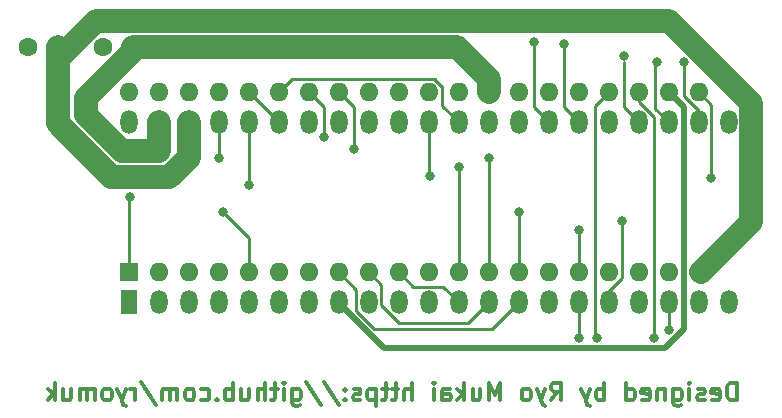
<source format=gbr>
%TF.GenerationSoftware,KiCad,Pcbnew,8.0.4*%
%TF.CreationDate,2024-09-01T17:43:29+09:00*%
%TF.ProjectId,uPD753adapter,75504437-3533-4616-9461-707465722e6b,rev?*%
%TF.SameCoordinates,Original*%
%TF.FileFunction,Copper,L2,Bot*%
%TF.FilePolarity,Positive*%
%FSLAX46Y46*%
G04 Gerber Fmt 4.6, Leading zero omitted, Abs format (unit mm)*
G04 Created by KiCad (PCBNEW 8.0.4) date 2024-09-01 17:43:29*
%MOMM*%
%LPD*%
G01*
G04 APERTURE LIST*
%ADD10C,0.300000*%
%TA.AperFunction,NonConductor*%
%ADD11C,0.300000*%
%TD*%
%TA.AperFunction,ComponentPad*%
%ADD12R,1.440000X2.000000*%
%TD*%
%TA.AperFunction,ComponentPad*%
%ADD13O,1.440000X2.000000*%
%TD*%
%TA.AperFunction,ComponentPad*%
%ADD14C,1.600000*%
%TD*%
%TA.AperFunction,ComponentPad*%
%ADD15R,1.600000X1.600000*%
%TD*%
%TA.AperFunction,ComponentPad*%
%ADD16O,1.600000X1.600000*%
%TD*%
%TA.AperFunction,ViaPad*%
%ADD17C,0.800000*%
%TD*%
%TA.AperFunction,Conductor*%
%ADD18C,0.250000*%
%TD*%
%TA.AperFunction,Conductor*%
%ADD19C,2.000000*%
%TD*%
%TA.AperFunction,Conductor*%
%ADD20C,0.500000*%
%TD*%
G04 APERTURE END LIST*
D10*
D11*
X65118801Y-33698328D02*
X65118801Y-32198328D01*
X65118801Y-32198328D02*
X64761658Y-32198328D01*
X64761658Y-32198328D02*
X64547372Y-32269757D01*
X64547372Y-32269757D02*
X64404515Y-32412614D01*
X64404515Y-32412614D02*
X64333086Y-32555471D01*
X64333086Y-32555471D02*
X64261658Y-32841185D01*
X64261658Y-32841185D02*
X64261658Y-33055471D01*
X64261658Y-33055471D02*
X64333086Y-33341185D01*
X64333086Y-33341185D02*
X64404515Y-33484042D01*
X64404515Y-33484042D02*
X64547372Y-33626900D01*
X64547372Y-33626900D02*
X64761658Y-33698328D01*
X64761658Y-33698328D02*
X65118801Y-33698328D01*
X63047372Y-33626900D02*
X63190229Y-33698328D01*
X63190229Y-33698328D02*
X63475944Y-33698328D01*
X63475944Y-33698328D02*
X63618801Y-33626900D01*
X63618801Y-33626900D02*
X63690229Y-33484042D01*
X63690229Y-33484042D02*
X63690229Y-32912614D01*
X63690229Y-32912614D02*
X63618801Y-32769757D01*
X63618801Y-32769757D02*
X63475944Y-32698328D01*
X63475944Y-32698328D02*
X63190229Y-32698328D01*
X63190229Y-32698328D02*
X63047372Y-32769757D01*
X63047372Y-32769757D02*
X62975944Y-32912614D01*
X62975944Y-32912614D02*
X62975944Y-33055471D01*
X62975944Y-33055471D02*
X63690229Y-33198328D01*
X62404515Y-33626900D02*
X62261658Y-33698328D01*
X62261658Y-33698328D02*
X61975944Y-33698328D01*
X61975944Y-33698328D02*
X61833087Y-33626900D01*
X61833087Y-33626900D02*
X61761658Y-33484042D01*
X61761658Y-33484042D02*
X61761658Y-33412614D01*
X61761658Y-33412614D02*
X61833087Y-33269757D01*
X61833087Y-33269757D02*
X61975944Y-33198328D01*
X61975944Y-33198328D02*
X62190230Y-33198328D01*
X62190230Y-33198328D02*
X62333087Y-33126900D01*
X62333087Y-33126900D02*
X62404515Y-32984042D01*
X62404515Y-32984042D02*
X62404515Y-32912614D01*
X62404515Y-32912614D02*
X62333087Y-32769757D01*
X62333087Y-32769757D02*
X62190230Y-32698328D01*
X62190230Y-32698328D02*
X61975944Y-32698328D01*
X61975944Y-32698328D02*
X61833087Y-32769757D01*
X61118801Y-33698328D02*
X61118801Y-32698328D01*
X61118801Y-32198328D02*
X61190229Y-32269757D01*
X61190229Y-32269757D02*
X61118801Y-32341185D01*
X61118801Y-32341185D02*
X61047372Y-32269757D01*
X61047372Y-32269757D02*
X61118801Y-32198328D01*
X61118801Y-32198328D02*
X61118801Y-32341185D01*
X59761658Y-32698328D02*
X59761658Y-33912614D01*
X59761658Y-33912614D02*
X59833086Y-34055471D01*
X59833086Y-34055471D02*
X59904515Y-34126900D01*
X59904515Y-34126900D02*
X60047372Y-34198328D01*
X60047372Y-34198328D02*
X60261658Y-34198328D01*
X60261658Y-34198328D02*
X60404515Y-34126900D01*
X59761658Y-33626900D02*
X59904515Y-33698328D01*
X59904515Y-33698328D02*
X60190229Y-33698328D01*
X60190229Y-33698328D02*
X60333086Y-33626900D01*
X60333086Y-33626900D02*
X60404515Y-33555471D01*
X60404515Y-33555471D02*
X60475943Y-33412614D01*
X60475943Y-33412614D02*
X60475943Y-32984042D01*
X60475943Y-32984042D02*
X60404515Y-32841185D01*
X60404515Y-32841185D02*
X60333086Y-32769757D01*
X60333086Y-32769757D02*
X60190229Y-32698328D01*
X60190229Y-32698328D02*
X59904515Y-32698328D01*
X59904515Y-32698328D02*
X59761658Y-32769757D01*
X59047372Y-32698328D02*
X59047372Y-33698328D01*
X59047372Y-32841185D02*
X58975943Y-32769757D01*
X58975943Y-32769757D02*
X58833086Y-32698328D01*
X58833086Y-32698328D02*
X58618800Y-32698328D01*
X58618800Y-32698328D02*
X58475943Y-32769757D01*
X58475943Y-32769757D02*
X58404515Y-32912614D01*
X58404515Y-32912614D02*
X58404515Y-33698328D01*
X57118800Y-33626900D02*
X57261657Y-33698328D01*
X57261657Y-33698328D02*
X57547372Y-33698328D01*
X57547372Y-33698328D02*
X57690229Y-33626900D01*
X57690229Y-33626900D02*
X57761657Y-33484042D01*
X57761657Y-33484042D02*
X57761657Y-32912614D01*
X57761657Y-32912614D02*
X57690229Y-32769757D01*
X57690229Y-32769757D02*
X57547372Y-32698328D01*
X57547372Y-32698328D02*
X57261657Y-32698328D01*
X57261657Y-32698328D02*
X57118800Y-32769757D01*
X57118800Y-32769757D02*
X57047372Y-32912614D01*
X57047372Y-32912614D02*
X57047372Y-33055471D01*
X57047372Y-33055471D02*
X57761657Y-33198328D01*
X55761658Y-33698328D02*
X55761658Y-32198328D01*
X55761658Y-33626900D02*
X55904515Y-33698328D01*
X55904515Y-33698328D02*
X56190229Y-33698328D01*
X56190229Y-33698328D02*
X56333086Y-33626900D01*
X56333086Y-33626900D02*
X56404515Y-33555471D01*
X56404515Y-33555471D02*
X56475943Y-33412614D01*
X56475943Y-33412614D02*
X56475943Y-32984042D01*
X56475943Y-32984042D02*
X56404515Y-32841185D01*
X56404515Y-32841185D02*
X56333086Y-32769757D01*
X56333086Y-32769757D02*
X56190229Y-32698328D01*
X56190229Y-32698328D02*
X55904515Y-32698328D01*
X55904515Y-32698328D02*
X55761658Y-32769757D01*
X53904515Y-33698328D02*
X53904515Y-32198328D01*
X53904515Y-32769757D02*
X53761658Y-32698328D01*
X53761658Y-32698328D02*
X53475943Y-32698328D01*
X53475943Y-32698328D02*
X53333086Y-32769757D01*
X53333086Y-32769757D02*
X53261658Y-32841185D01*
X53261658Y-32841185D02*
X53190229Y-32984042D01*
X53190229Y-32984042D02*
X53190229Y-33412614D01*
X53190229Y-33412614D02*
X53261658Y-33555471D01*
X53261658Y-33555471D02*
X53333086Y-33626900D01*
X53333086Y-33626900D02*
X53475943Y-33698328D01*
X53475943Y-33698328D02*
X53761658Y-33698328D01*
X53761658Y-33698328D02*
X53904515Y-33626900D01*
X52690229Y-32698328D02*
X52333086Y-33698328D01*
X51975943Y-32698328D02*
X52333086Y-33698328D01*
X52333086Y-33698328D02*
X52475943Y-34055471D01*
X52475943Y-34055471D02*
X52547372Y-34126900D01*
X52547372Y-34126900D02*
X52690229Y-34198328D01*
X49404515Y-33698328D02*
X49904515Y-32984042D01*
X50261658Y-33698328D02*
X50261658Y-32198328D01*
X50261658Y-32198328D02*
X49690229Y-32198328D01*
X49690229Y-32198328D02*
X49547372Y-32269757D01*
X49547372Y-32269757D02*
X49475943Y-32341185D01*
X49475943Y-32341185D02*
X49404515Y-32484042D01*
X49404515Y-32484042D02*
X49404515Y-32698328D01*
X49404515Y-32698328D02*
X49475943Y-32841185D01*
X49475943Y-32841185D02*
X49547372Y-32912614D01*
X49547372Y-32912614D02*
X49690229Y-32984042D01*
X49690229Y-32984042D02*
X50261658Y-32984042D01*
X48904515Y-32698328D02*
X48547372Y-33698328D01*
X48190229Y-32698328D02*
X48547372Y-33698328D01*
X48547372Y-33698328D02*
X48690229Y-34055471D01*
X48690229Y-34055471D02*
X48761658Y-34126900D01*
X48761658Y-34126900D02*
X48904515Y-34198328D01*
X47404515Y-33698328D02*
X47547372Y-33626900D01*
X47547372Y-33626900D02*
X47618801Y-33555471D01*
X47618801Y-33555471D02*
X47690229Y-33412614D01*
X47690229Y-33412614D02*
X47690229Y-32984042D01*
X47690229Y-32984042D02*
X47618801Y-32841185D01*
X47618801Y-32841185D02*
X47547372Y-32769757D01*
X47547372Y-32769757D02*
X47404515Y-32698328D01*
X47404515Y-32698328D02*
X47190229Y-32698328D01*
X47190229Y-32698328D02*
X47047372Y-32769757D01*
X47047372Y-32769757D02*
X46975944Y-32841185D01*
X46975944Y-32841185D02*
X46904515Y-32984042D01*
X46904515Y-32984042D02*
X46904515Y-33412614D01*
X46904515Y-33412614D02*
X46975944Y-33555471D01*
X46975944Y-33555471D02*
X47047372Y-33626900D01*
X47047372Y-33626900D02*
X47190229Y-33698328D01*
X47190229Y-33698328D02*
X47404515Y-33698328D01*
X45118801Y-33698328D02*
X45118801Y-32198328D01*
X45118801Y-32198328D02*
X44618801Y-33269757D01*
X44618801Y-33269757D02*
X44118801Y-32198328D01*
X44118801Y-32198328D02*
X44118801Y-33698328D01*
X42761658Y-32698328D02*
X42761658Y-33698328D01*
X43404515Y-32698328D02*
X43404515Y-33484042D01*
X43404515Y-33484042D02*
X43333086Y-33626900D01*
X43333086Y-33626900D02*
X43190229Y-33698328D01*
X43190229Y-33698328D02*
X42975943Y-33698328D01*
X42975943Y-33698328D02*
X42833086Y-33626900D01*
X42833086Y-33626900D02*
X42761658Y-33555471D01*
X42047372Y-33698328D02*
X42047372Y-32198328D01*
X41904515Y-33126900D02*
X41475943Y-33698328D01*
X41475943Y-32698328D02*
X42047372Y-33269757D01*
X40190229Y-33698328D02*
X40190229Y-32912614D01*
X40190229Y-32912614D02*
X40261657Y-32769757D01*
X40261657Y-32769757D02*
X40404514Y-32698328D01*
X40404514Y-32698328D02*
X40690229Y-32698328D01*
X40690229Y-32698328D02*
X40833086Y-32769757D01*
X40190229Y-33626900D02*
X40333086Y-33698328D01*
X40333086Y-33698328D02*
X40690229Y-33698328D01*
X40690229Y-33698328D02*
X40833086Y-33626900D01*
X40833086Y-33626900D02*
X40904514Y-33484042D01*
X40904514Y-33484042D02*
X40904514Y-33341185D01*
X40904514Y-33341185D02*
X40833086Y-33198328D01*
X40833086Y-33198328D02*
X40690229Y-33126900D01*
X40690229Y-33126900D02*
X40333086Y-33126900D01*
X40333086Y-33126900D02*
X40190229Y-33055471D01*
X39475943Y-33698328D02*
X39475943Y-32698328D01*
X39475943Y-32198328D02*
X39547371Y-32269757D01*
X39547371Y-32269757D02*
X39475943Y-32341185D01*
X39475943Y-32341185D02*
X39404514Y-32269757D01*
X39404514Y-32269757D02*
X39475943Y-32198328D01*
X39475943Y-32198328D02*
X39475943Y-32341185D01*
X37618800Y-33698328D02*
X37618800Y-32198328D01*
X36975943Y-33698328D02*
X36975943Y-32912614D01*
X36975943Y-32912614D02*
X37047371Y-32769757D01*
X37047371Y-32769757D02*
X37190228Y-32698328D01*
X37190228Y-32698328D02*
X37404514Y-32698328D01*
X37404514Y-32698328D02*
X37547371Y-32769757D01*
X37547371Y-32769757D02*
X37618800Y-32841185D01*
X36475942Y-32698328D02*
X35904514Y-32698328D01*
X36261657Y-32198328D02*
X36261657Y-33484042D01*
X36261657Y-33484042D02*
X36190228Y-33626900D01*
X36190228Y-33626900D02*
X36047371Y-33698328D01*
X36047371Y-33698328D02*
X35904514Y-33698328D01*
X35618799Y-32698328D02*
X35047371Y-32698328D01*
X35404514Y-32198328D02*
X35404514Y-33484042D01*
X35404514Y-33484042D02*
X35333085Y-33626900D01*
X35333085Y-33626900D02*
X35190228Y-33698328D01*
X35190228Y-33698328D02*
X35047371Y-33698328D01*
X34547371Y-32698328D02*
X34547371Y-34198328D01*
X34547371Y-32769757D02*
X34404514Y-32698328D01*
X34404514Y-32698328D02*
X34118799Y-32698328D01*
X34118799Y-32698328D02*
X33975942Y-32769757D01*
X33975942Y-32769757D02*
X33904514Y-32841185D01*
X33904514Y-32841185D02*
X33833085Y-32984042D01*
X33833085Y-32984042D02*
X33833085Y-33412614D01*
X33833085Y-33412614D02*
X33904514Y-33555471D01*
X33904514Y-33555471D02*
X33975942Y-33626900D01*
X33975942Y-33626900D02*
X34118799Y-33698328D01*
X34118799Y-33698328D02*
X34404514Y-33698328D01*
X34404514Y-33698328D02*
X34547371Y-33626900D01*
X33261656Y-33626900D02*
X33118799Y-33698328D01*
X33118799Y-33698328D02*
X32833085Y-33698328D01*
X32833085Y-33698328D02*
X32690228Y-33626900D01*
X32690228Y-33626900D02*
X32618799Y-33484042D01*
X32618799Y-33484042D02*
X32618799Y-33412614D01*
X32618799Y-33412614D02*
X32690228Y-33269757D01*
X32690228Y-33269757D02*
X32833085Y-33198328D01*
X32833085Y-33198328D02*
X33047371Y-33198328D01*
X33047371Y-33198328D02*
X33190228Y-33126900D01*
X33190228Y-33126900D02*
X33261656Y-32984042D01*
X33261656Y-32984042D02*
X33261656Y-32912614D01*
X33261656Y-32912614D02*
X33190228Y-32769757D01*
X33190228Y-32769757D02*
X33047371Y-32698328D01*
X33047371Y-32698328D02*
X32833085Y-32698328D01*
X32833085Y-32698328D02*
X32690228Y-32769757D01*
X31975942Y-33555471D02*
X31904513Y-33626900D01*
X31904513Y-33626900D02*
X31975942Y-33698328D01*
X31975942Y-33698328D02*
X32047370Y-33626900D01*
X32047370Y-33626900D02*
X31975942Y-33555471D01*
X31975942Y-33555471D02*
X31975942Y-33698328D01*
X31975942Y-32769757D02*
X31904513Y-32841185D01*
X31904513Y-32841185D02*
X31975942Y-32912614D01*
X31975942Y-32912614D02*
X32047370Y-32841185D01*
X32047370Y-32841185D02*
X31975942Y-32769757D01*
X31975942Y-32769757D02*
X31975942Y-32912614D01*
X30190227Y-32126900D02*
X31475941Y-34055471D01*
X28618798Y-32126900D02*
X29904512Y-34055471D01*
X27475941Y-32698328D02*
X27475941Y-33912614D01*
X27475941Y-33912614D02*
X27547369Y-34055471D01*
X27547369Y-34055471D02*
X27618798Y-34126900D01*
X27618798Y-34126900D02*
X27761655Y-34198328D01*
X27761655Y-34198328D02*
X27975941Y-34198328D01*
X27975941Y-34198328D02*
X28118798Y-34126900D01*
X27475941Y-33626900D02*
X27618798Y-33698328D01*
X27618798Y-33698328D02*
X27904512Y-33698328D01*
X27904512Y-33698328D02*
X28047369Y-33626900D01*
X28047369Y-33626900D02*
X28118798Y-33555471D01*
X28118798Y-33555471D02*
X28190226Y-33412614D01*
X28190226Y-33412614D02*
X28190226Y-32984042D01*
X28190226Y-32984042D02*
X28118798Y-32841185D01*
X28118798Y-32841185D02*
X28047369Y-32769757D01*
X28047369Y-32769757D02*
X27904512Y-32698328D01*
X27904512Y-32698328D02*
X27618798Y-32698328D01*
X27618798Y-32698328D02*
X27475941Y-32769757D01*
X26761655Y-33698328D02*
X26761655Y-32698328D01*
X26761655Y-32198328D02*
X26833083Y-32269757D01*
X26833083Y-32269757D02*
X26761655Y-32341185D01*
X26761655Y-32341185D02*
X26690226Y-32269757D01*
X26690226Y-32269757D02*
X26761655Y-32198328D01*
X26761655Y-32198328D02*
X26761655Y-32341185D01*
X26261654Y-32698328D02*
X25690226Y-32698328D01*
X26047369Y-32198328D02*
X26047369Y-33484042D01*
X26047369Y-33484042D02*
X25975940Y-33626900D01*
X25975940Y-33626900D02*
X25833083Y-33698328D01*
X25833083Y-33698328D02*
X25690226Y-33698328D01*
X25190226Y-33698328D02*
X25190226Y-32198328D01*
X24547369Y-33698328D02*
X24547369Y-32912614D01*
X24547369Y-32912614D02*
X24618797Y-32769757D01*
X24618797Y-32769757D02*
X24761654Y-32698328D01*
X24761654Y-32698328D02*
X24975940Y-32698328D01*
X24975940Y-32698328D02*
X25118797Y-32769757D01*
X25118797Y-32769757D02*
X25190226Y-32841185D01*
X23190226Y-32698328D02*
X23190226Y-33698328D01*
X23833083Y-32698328D02*
X23833083Y-33484042D01*
X23833083Y-33484042D02*
X23761654Y-33626900D01*
X23761654Y-33626900D02*
X23618797Y-33698328D01*
X23618797Y-33698328D02*
X23404511Y-33698328D01*
X23404511Y-33698328D02*
X23261654Y-33626900D01*
X23261654Y-33626900D02*
X23190226Y-33555471D01*
X22475940Y-33698328D02*
X22475940Y-32198328D01*
X22475940Y-32769757D02*
X22333083Y-32698328D01*
X22333083Y-32698328D02*
X22047368Y-32698328D01*
X22047368Y-32698328D02*
X21904511Y-32769757D01*
X21904511Y-32769757D02*
X21833083Y-32841185D01*
X21833083Y-32841185D02*
X21761654Y-32984042D01*
X21761654Y-32984042D02*
X21761654Y-33412614D01*
X21761654Y-33412614D02*
X21833083Y-33555471D01*
X21833083Y-33555471D02*
X21904511Y-33626900D01*
X21904511Y-33626900D02*
X22047368Y-33698328D01*
X22047368Y-33698328D02*
X22333083Y-33698328D01*
X22333083Y-33698328D02*
X22475940Y-33626900D01*
X21118797Y-33555471D02*
X21047368Y-33626900D01*
X21047368Y-33626900D02*
X21118797Y-33698328D01*
X21118797Y-33698328D02*
X21190225Y-33626900D01*
X21190225Y-33626900D02*
X21118797Y-33555471D01*
X21118797Y-33555471D02*
X21118797Y-33698328D01*
X19761654Y-33626900D02*
X19904511Y-33698328D01*
X19904511Y-33698328D02*
X20190225Y-33698328D01*
X20190225Y-33698328D02*
X20333082Y-33626900D01*
X20333082Y-33626900D02*
X20404511Y-33555471D01*
X20404511Y-33555471D02*
X20475939Y-33412614D01*
X20475939Y-33412614D02*
X20475939Y-32984042D01*
X20475939Y-32984042D02*
X20404511Y-32841185D01*
X20404511Y-32841185D02*
X20333082Y-32769757D01*
X20333082Y-32769757D02*
X20190225Y-32698328D01*
X20190225Y-32698328D02*
X19904511Y-32698328D01*
X19904511Y-32698328D02*
X19761654Y-32769757D01*
X18904511Y-33698328D02*
X19047368Y-33626900D01*
X19047368Y-33626900D02*
X19118797Y-33555471D01*
X19118797Y-33555471D02*
X19190225Y-33412614D01*
X19190225Y-33412614D02*
X19190225Y-32984042D01*
X19190225Y-32984042D02*
X19118797Y-32841185D01*
X19118797Y-32841185D02*
X19047368Y-32769757D01*
X19047368Y-32769757D02*
X18904511Y-32698328D01*
X18904511Y-32698328D02*
X18690225Y-32698328D01*
X18690225Y-32698328D02*
X18547368Y-32769757D01*
X18547368Y-32769757D02*
X18475940Y-32841185D01*
X18475940Y-32841185D02*
X18404511Y-32984042D01*
X18404511Y-32984042D02*
X18404511Y-33412614D01*
X18404511Y-33412614D02*
X18475940Y-33555471D01*
X18475940Y-33555471D02*
X18547368Y-33626900D01*
X18547368Y-33626900D02*
X18690225Y-33698328D01*
X18690225Y-33698328D02*
X18904511Y-33698328D01*
X17761654Y-33698328D02*
X17761654Y-32698328D01*
X17761654Y-32841185D02*
X17690225Y-32769757D01*
X17690225Y-32769757D02*
X17547368Y-32698328D01*
X17547368Y-32698328D02*
X17333082Y-32698328D01*
X17333082Y-32698328D02*
X17190225Y-32769757D01*
X17190225Y-32769757D02*
X17118797Y-32912614D01*
X17118797Y-32912614D02*
X17118797Y-33698328D01*
X17118797Y-32912614D02*
X17047368Y-32769757D01*
X17047368Y-32769757D02*
X16904511Y-32698328D01*
X16904511Y-32698328D02*
X16690225Y-32698328D01*
X16690225Y-32698328D02*
X16547368Y-32769757D01*
X16547368Y-32769757D02*
X16475939Y-32912614D01*
X16475939Y-32912614D02*
X16475939Y-33698328D01*
X14690225Y-32126900D02*
X15975939Y-34055471D01*
X14190225Y-33698328D02*
X14190225Y-32698328D01*
X14190225Y-32984042D02*
X14118796Y-32841185D01*
X14118796Y-32841185D02*
X14047368Y-32769757D01*
X14047368Y-32769757D02*
X13904510Y-32698328D01*
X13904510Y-32698328D02*
X13761653Y-32698328D01*
X13404511Y-32698328D02*
X13047368Y-33698328D01*
X12690225Y-32698328D02*
X13047368Y-33698328D01*
X13047368Y-33698328D02*
X13190225Y-34055471D01*
X13190225Y-34055471D02*
X13261654Y-34126900D01*
X13261654Y-34126900D02*
X13404511Y-34198328D01*
X11904511Y-33698328D02*
X12047368Y-33626900D01*
X12047368Y-33626900D02*
X12118797Y-33555471D01*
X12118797Y-33555471D02*
X12190225Y-33412614D01*
X12190225Y-33412614D02*
X12190225Y-32984042D01*
X12190225Y-32984042D02*
X12118797Y-32841185D01*
X12118797Y-32841185D02*
X12047368Y-32769757D01*
X12047368Y-32769757D02*
X11904511Y-32698328D01*
X11904511Y-32698328D02*
X11690225Y-32698328D01*
X11690225Y-32698328D02*
X11547368Y-32769757D01*
X11547368Y-32769757D02*
X11475940Y-32841185D01*
X11475940Y-32841185D02*
X11404511Y-32984042D01*
X11404511Y-32984042D02*
X11404511Y-33412614D01*
X11404511Y-33412614D02*
X11475940Y-33555471D01*
X11475940Y-33555471D02*
X11547368Y-33626900D01*
X11547368Y-33626900D02*
X11690225Y-33698328D01*
X11690225Y-33698328D02*
X11904511Y-33698328D01*
X10761654Y-33698328D02*
X10761654Y-32698328D01*
X10761654Y-32841185D02*
X10690225Y-32769757D01*
X10690225Y-32769757D02*
X10547368Y-32698328D01*
X10547368Y-32698328D02*
X10333082Y-32698328D01*
X10333082Y-32698328D02*
X10190225Y-32769757D01*
X10190225Y-32769757D02*
X10118797Y-32912614D01*
X10118797Y-32912614D02*
X10118797Y-33698328D01*
X10118797Y-32912614D02*
X10047368Y-32769757D01*
X10047368Y-32769757D02*
X9904511Y-32698328D01*
X9904511Y-32698328D02*
X9690225Y-32698328D01*
X9690225Y-32698328D02*
X9547368Y-32769757D01*
X9547368Y-32769757D02*
X9475939Y-32912614D01*
X9475939Y-32912614D02*
X9475939Y-33698328D01*
X8118797Y-32698328D02*
X8118797Y-33698328D01*
X8761654Y-32698328D02*
X8761654Y-33484042D01*
X8761654Y-33484042D02*
X8690225Y-33626900D01*
X8690225Y-33626900D02*
X8547368Y-33698328D01*
X8547368Y-33698328D02*
X8333082Y-33698328D01*
X8333082Y-33698328D02*
X8190225Y-33626900D01*
X8190225Y-33626900D02*
X8118797Y-33555471D01*
X7404511Y-33698328D02*
X7404511Y-32198328D01*
X7261654Y-33126900D02*
X6833082Y-33698328D01*
X6833082Y-32698328D02*
X7404511Y-33269757D01*
D12*
%TO.P,J1,1,Pin_1*%
%TO.N,READY*%
X13638000Y-25400000D03*
D13*
%TO.P,J1,2,Pin_2*%
%TO.N,WAIT*%
X16178000Y-25400000D03*
%TO.P,J1,3,Pin_3*%
%TO.N,SYNC*%
X18718000Y-25400000D03*
%TO.P,J1,4,Pin_4*%
%TO.N,INT*%
X21258000Y-25400000D03*
%TO.P,J1,5,Pin_5*%
%TO.N,INTE*%
X23798000Y-25400000D03*
%TO.P,J1,6,Pin_6*%
%TO.N,WR_n*%
X26338000Y-25400000D03*
%TO.P,J1,7,Pin_7*%
%TO.N,DBIN*%
X28878000Y-25400000D03*
%TO.P,J1,8,Pin_8*%
%TO.N,CLK1*%
X31418000Y-25400000D03*
%TO.P,J1,9,Pin_9*%
%TO.N,unconnected-(J1-Pin_9-Pad9)*%
X33958000Y-25400000D03*
%TO.P,J1,10,Pin_10*%
%TO.N,unconnected-(J1-Pin_10-Pad10)*%
X36498000Y-25400000D03*
%TO.P,J1,11,Pin_11*%
%TO.N,CLK2*%
X39038000Y-25400000D03*
%TO.P,J1,12,Pin_12*%
%TO.N,D0*%
X41578000Y-25400000D03*
%TO.P,J1,13,Pin_13*%
%TO.N,D1*%
X44118000Y-25400000D03*
%TO.P,J1,14,Pin_14*%
%TO.N,D2*%
X46658000Y-25400000D03*
%TO.P,J1,15,Pin_15*%
%TO.N,D3*%
X49198000Y-25400000D03*
%TO.P,J1,16,Pin_16*%
%TO.N,D4*%
X51738000Y-25400000D03*
%TO.P,J1,17,Pin_17*%
%TO.N,D5*%
X54278000Y-25400000D03*
%TO.P,J1,18,Pin_18*%
%TO.N,D6*%
X56818000Y-25400000D03*
%TO.P,J1,19,Pin_19*%
%TO.N,D7*%
X59358000Y-25400000D03*
%TO.P,J1,20,Pin_20*%
%TO.N,GND*%
X61898000Y-25400000D03*
%TO.P,J1,21,Pin_21*%
%TO.N,-5V*%
X64438000Y-25400000D03*
%TO.P,J1,22,Pin_22*%
%TO.N,A0*%
X64438000Y-10160000D03*
%TO.P,J1,23,Pin_23*%
%TO.N,A1*%
X61898000Y-10160000D03*
%TO.P,J1,24,Pin_24*%
%TO.N,A2*%
X59358000Y-10160000D03*
%TO.P,J1,25,Pin_25*%
%TO.N,A3*%
X56818000Y-10160000D03*
%TO.P,J1,26,Pin_26*%
%TO.N,A4*%
X54278000Y-10160000D03*
%TO.P,J1,27,Pin_27*%
%TO.N,A5*%
X51738000Y-10160000D03*
%TO.P,J1,28,Pin_28*%
%TO.N,A6*%
X49198000Y-10160000D03*
%TO.P,J1,29,Pin_29*%
%TO.N,A7*%
X46658000Y-10160000D03*
%TO.P,J1,30,Pin_30*%
%TO.N,A8*%
X44118000Y-10160000D03*
%TO.P,J1,31,Pin_31*%
%TO.N,A9*%
X41578000Y-10160000D03*
%TO.P,J1,32,Pin_32*%
%TO.N,A10*%
X39038000Y-10160000D03*
%TO.P,J1,33,Pin_33*%
%TO.N,A11*%
X36498000Y-10160000D03*
%TO.P,J1,34,Pin_34*%
%TO.N,A12*%
X33958000Y-10160000D03*
%TO.P,J1,35,Pin_35*%
%TO.N,A13*%
X31418000Y-10160000D03*
%TO.P,J1,36,Pin_36*%
%TO.N,A14*%
X28878000Y-10160000D03*
%TO.P,J1,37,Pin_37*%
%TO.N,A15*%
X26338000Y-10160000D03*
%TO.P,J1,38,Pin_38*%
%TO.N,HLDA*%
X23798000Y-10160000D03*
%TO.P,J1,39,Pin_39*%
%TO.N,HOLD*%
X21258000Y-10160000D03*
%TO.P,J1,40,Pin_40*%
%TO.N,+5V*%
X18718000Y-10160000D03*
%TO.P,J1,41,Pin_41*%
%TO.N,+12V*%
X16178000Y-10160000D03*
%TO.P,J1,42,Pin_42*%
%TO.N,RESET*%
X13638000Y-10160000D03*
%TD*%
D14*
%TO.P,C2,1*%
%TO.N,+12V*%
X13970000Y-3810000D03*
%TO.P,C2,2*%
%TO.N,GND*%
X11470000Y-3810000D03*
%TD*%
D15*
%TO.P,J2,1,Pin_1*%
%TO.N,A10*%
X13638000Y-22860000D03*
D16*
%TO.P,J2,2,Pin_2*%
%TO.N,GND*%
X16178000Y-22860000D03*
%TO.P,J2,3,Pin_3*%
%TO.N,D4*%
X18718000Y-22860000D03*
%TO.P,J2,4,Pin_4*%
%TO.N,D5*%
X21258000Y-22860000D03*
%TO.P,J2,5,Pin_5*%
%TO.N,D6*%
X23798000Y-22860000D03*
%TO.P,J2,6,Pin_6*%
%TO.N,D7*%
X26338000Y-22860000D03*
%TO.P,J2,7,Pin_7*%
%TO.N,D3*%
X28878000Y-22860000D03*
%TO.P,J2,8,Pin_8*%
%TO.N,D2*%
X31418000Y-22860000D03*
%TO.P,J2,9,Pin_9*%
%TO.N,D1*%
X33958000Y-22860000D03*
%TO.P,J2,10,Pin_10*%
%TO.N,D0*%
X36498000Y-22860000D03*
%TO.P,J2,11,Pin_11*%
%TO.N,-5V*%
X39038000Y-22860000D03*
%TO.P,J2,12,Pin_12*%
%TO.N,RESET*%
X41578000Y-22860000D03*
%TO.P,J2,13,Pin_13*%
%TO.N,HOLD*%
X44118000Y-22860000D03*
%TO.P,J2,14,Pin_14*%
%TO.N,INT*%
X46658000Y-22860000D03*
%TO.P,J2,15,Pin_15*%
%TO.N,CLK2*%
X49198000Y-22860000D03*
%TO.P,J2,16,Pin_16*%
%TO.N,INTE*%
X51738000Y-22860000D03*
%TO.P,J2,17,Pin_17*%
%TO.N,DBIN*%
X54278000Y-22860000D03*
%TO.P,J2,18,Pin_18*%
%TO.N,WR_n*%
X56818000Y-22860000D03*
%TO.P,J2,19,Pin_19*%
%TO.N,SYNC*%
X59358000Y-22860000D03*
%TO.P,J2,20,Pin_20*%
%TO.N,+5V*%
X61898000Y-22860000D03*
%TO.P,J2,21,Pin_21*%
%TO.N,HLDA*%
X61898000Y-7620000D03*
%TO.P,J2,22,Pin_22*%
%TO.N,CLK1*%
X59358000Y-7620000D03*
%TO.P,J2,23,Pin_23*%
%TO.N,READY*%
X56818000Y-7620000D03*
%TO.P,J2,24,Pin_24*%
%TO.N,WAIT*%
X54278000Y-7620000D03*
%TO.P,J2,25,Pin_25*%
%TO.N,A0*%
X51738000Y-7620000D03*
%TO.P,J2,26,Pin_26*%
%TO.N,A1*%
X49198000Y-7620000D03*
%TO.P,J2,27,Pin_27*%
%TO.N,A2*%
X46658000Y-7620000D03*
%TO.P,J2,28,Pin_28*%
%TO.N,+12V*%
X44118000Y-7620000D03*
%TO.P,J2,29,Pin_29*%
%TO.N,A3*%
X41578000Y-7620000D03*
%TO.P,J2,30,Pin_30*%
%TO.N,A4*%
X39038000Y-7620000D03*
%TO.P,J2,31,Pin_31*%
%TO.N,A5*%
X36498000Y-7620000D03*
%TO.P,J2,32,Pin_32*%
%TO.N,A6*%
X33958000Y-7620000D03*
%TO.P,J2,33,Pin_33*%
%TO.N,A7*%
X31418000Y-7620000D03*
%TO.P,J2,34,Pin_34*%
%TO.N,A8*%
X28878000Y-7620000D03*
%TO.P,J2,35,Pin_35*%
%TO.N,A9*%
X26338000Y-7620000D03*
%TO.P,J2,36,Pin_36*%
%TO.N,A15*%
X23798000Y-7620000D03*
%TO.P,J2,37,Pin_37*%
%TO.N,A12*%
X21258000Y-7620000D03*
%TO.P,J2,38,Pin_38*%
%TO.N,A13*%
X18718000Y-7620000D03*
%TO.P,J2,39,Pin_39*%
%TO.N,A14*%
X16178000Y-7620000D03*
%TO.P,J2,40,Pin_40*%
%TO.N,A11*%
X13638000Y-7620000D03*
%TD*%
D14*
%TO.P,C1,1*%
%TO.N,+5V*%
X7620000Y-3810000D03*
%TO.P,C1,2*%
%TO.N,GND*%
X5120000Y-3810000D03*
%TD*%
D17*
%TO.N,WAIT*%
X53262000Y-28448000D03*
%TO.N,D4*%
X51738000Y-28425000D03*
%TO.N,A1*%
X60628000Y-5080000D03*
%TO.N,INT*%
X46658000Y-17780000D03*
%TO.N,INTE*%
X51738000Y-19267000D03*
%TO.N,D7*%
X59358000Y-27700000D03*
%TO.N,A2*%
X58342000Y-5080000D03*
%TO.N,RESET*%
X41578000Y-13970000D03*
%TO.N,A5*%
X50468000Y-3556000D03*
%TO.N,A3*%
X55548000Y-4572000D03*
%TO.N,D5*%
X55421000Y-18542000D03*
%TO.N,HLDA*%
X62943000Y-14897997D03*
X23798000Y-15494000D03*
%TO.N,HOLD*%
X21258000Y-13208000D03*
X44118000Y-13208000D03*
%TO.N,A8*%
X30148000Y-11430000D03*
%TO.N,A7*%
X32688000Y-12446000D03*
%TO.N,A10*%
X13716000Y-16510000D03*
X39116000Y-14695000D03*
%TO.N,A6*%
X47928000Y-3397000D03*
%TO.N,D6*%
X21590000Y-17780000D03*
%TO.N,READY*%
X58088000Y-28448000D03*
%TD*%
D18*
%TO.N,D6*%
X23798000Y-19988000D02*
X21590000Y-17780000D01*
X23798000Y-22860000D02*
X23798000Y-19988000D01*
D19*
%TO.N,+5V*%
X18718000Y-10160000D02*
X18718000Y-13171270D01*
X7620000Y-10248560D02*
X7620000Y-4831572D01*
X7620000Y-10248560D02*
X7620000Y-3810000D01*
X18718000Y-13171270D02*
X17089270Y-14800000D01*
X12171440Y-14800000D02*
X7620000Y-10248560D01*
X17089270Y-14800000D02*
X12171440Y-14800000D01*
%TO.N,+12V*%
X41439370Y-3810000D02*
X44118000Y-6488630D01*
X13082710Y-12600000D02*
X10035786Y-9553076D01*
X16178000Y-10160000D02*
X16178000Y-12600000D01*
X13970000Y-4138428D02*
X13970000Y-3810000D01*
X44118000Y-6488630D02*
X44118000Y-7620000D01*
X13970000Y-3810000D02*
X41439370Y-3810000D01*
X10035786Y-8072642D02*
X13970000Y-4138428D01*
X16178000Y-12600000D02*
X13082710Y-12600000D01*
X10035786Y-9553076D02*
X10035786Y-8072642D01*
D18*
%TO.N,WAIT*%
X53153000Y-28339000D02*
X53262000Y-28448000D01*
X54278000Y-7620000D02*
X53153000Y-8745000D01*
X53153000Y-8745000D02*
X53153000Y-28339000D01*
%TO.N,D4*%
X51738000Y-25400000D02*
X51738000Y-28425000D01*
%TO.N,A1*%
X61898000Y-9210991D02*
X60628000Y-7940991D01*
X60628000Y-7940991D02*
X60628000Y-5080000D01*
X61898000Y-10160000D02*
X61898000Y-9210991D01*
%TO.N,D2*%
X32913000Y-24355000D02*
X32913000Y-26133000D01*
X31418000Y-22860000D02*
X32913000Y-24355000D01*
X34405000Y-27625000D02*
X44433000Y-27625000D01*
X32913000Y-26133000D02*
X34405000Y-27625000D01*
X44433000Y-27625000D02*
X46658000Y-25400000D01*
%TO.N,INT*%
X46658000Y-17780000D02*
X46658000Y-22860000D01*
%TO.N,INTE*%
X51738000Y-22860000D02*
X51738000Y-19267000D01*
%TO.N,D7*%
X59358000Y-25400000D02*
X59358000Y-27700000D01*
%TO.N,A2*%
X58233000Y-5189000D02*
X58342000Y-5080000D01*
X59358000Y-10160000D02*
X58233000Y-9035000D01*
X58233000Y-9035000D02*
X58233000Y-5189000D01*
%TO.N,A15*%
X23798000Y-7620000D02*
X26338000Y-10160000D01*
%TO.N,RESET*%
X41578000Y-22860000D02*
X41578000Y-13970000D01*
%TO.N,A5*%
X50468000Y-8890000D02*
X51738000Y-10160000D01*
X50468000Y-3556000D02*
X50468000Y-8890000D01*
%TO.N,A3*%
X55548000Y-5080000D02*
X55548000Y-8890000D01*
X55548000Y-8890000D02*
X56818000Y-10160000D01*
%TO.N,D5*%
X55403000Y-23325991D02*
X55403000Y-18560000D01*
X55403000Y-18560000D02*
X55421000Y-18542000D01*
X55403000Y-23325991D02*
X54278000Y-24450991D01*
X54278000Y-25400000D02*
X54278000Y-24450991D01*
%TO.N,HLDA*%
X23798000Y-10160000D02*
X23798000Y-15494000D01*
X62943000Y-14897997D02*
X62943000Y-8665000D01*
X61898000Y-7620000D02*
X62943000Y-8665000D01*
%TO.N,HOLD*%
X21258000Y-13208000D02*
X21258000Y-10160000D01*
X44118000Y-22860000D02*
X44118000Y-13208000D01*
%TO.N,A8*%
X30148000Y-11430000D02*
X30148000Y-8890000D01*
X30148000Y-8890000D02*
X28878000Y-7620000D01*
%TO.N,A7*%
X32688000Y-12446000D02*
X32688000Y-8890000D01*
X31418000Y-7620000D02*
X32688000Y-8890000D01*
%TO.N,A10*%
X13716000Y-16510000D02*
X13638000Y-16588000D01*
X39038000Y-14617000D02*
X39116000Y-14695000D01*
X39038000Y-10160000D02*
X39038000Y-14617000D01*
X13638000Y-16588000D02*
X13638000Y-22860000D01*
%TO.N,D1*%
X44118000Y-25400000D02*
X42343000Y-27175000D01*
X33958000Y-22860000D02*
X35003000Y-23905000D01*
X35003000Y-25662853D02*
X36515147Y-27175000D01*
X35003000Y-23905000D02*
X35003000Y-25662853D01*
X36515147Y-27175000D02*
X42343000Y-27175000D01*
D20*
%TO.N,CLK1*%
X35264827Y-29298000D02*
X31418000Y-25451173D01*
X59358000Y-7620000D02*
X60628000Y-8890000D01*
X60628000Y-27686000D02*
X59016000Y-29298000D01*
X59016000Y-29298000D02*
X35264827Y-29298000D01*
X60628000Y-8890000D02*
X60628000Y-27686000D01*
D18*
%TO.N,D0*%
X37713000Y-24075000D02*
X36498000Y-22860000D01*
X41578000Y-25400000D02*
X40253000Y-24075000D01*
X40253000Y-24075000D02*
X37713000Y-24075000D01*
%TO.N,A9*%
X39546000Y-6495000D02*
X39292000Y-6495000D01*
X39503991Y-6495000D02*
X39292000Y-6495000D01*
X40199000Y-8781000D02*
X40199000Y-7148000D01*
X27463000Y-6495000D02*
X39292000Y-6495000D01*
X40199000Y-7190009D02*
X39503991Y-6495000D01*
X41578000Y-10160000D02*
X40199000Y-8781000D01*
X40199000Y-7148000D02*
X39546000Y-6495000D01*
X40199000Y-8781000D02*
X40199000Y-7190009D01*
X27463000Y-6495000D02*
X26338000Y-7620000D01*
%TO.N,A6*%
X47928000Y-8890000D02*
X49198000Y-10160000D01*
X47928000Y-8890000D02*
X47928000Y-3397000D01*
%TO.N,READY*%
X56818000Y-8402147D02*
X58088000Y-9672147D01*
X58088000Y-9672147D02*
X58088000Y-28448000D01*
X56818000Y-7620000D02*
X56818000Y-8402147D01*
D19*
%TO.N,+5V*%
X7620000Y-4831572D02*
X10841572Y-1610000D01*
X62078000Y-22860000D02*
X66358000Y-18580000D01*
X66358000Y-18580000D02*
X66358000Y-8547258D01*
X66358000Y-8547258D02*
X59420742Y-1610000D01*
X59420742Y-1610000D02*
X10841572Y-1610000D01*
%TD*%
M02*

</source>
